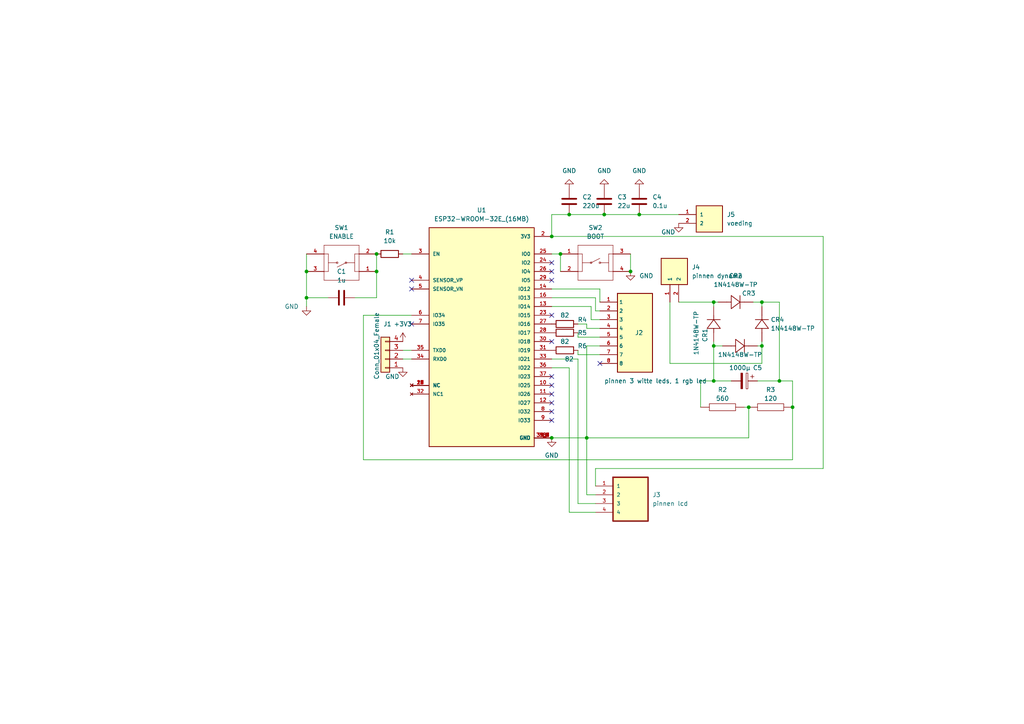
<source format=kicad_sch>
(kicad_sch (version 20211123) (generator eeschema)
  (paper "A4")
  (lib_symbols
    (symbol "1825910-6:1825910-6" (pin_names (offset 1.016) hide)
      (property "Reference" "SW" (at -5.08 5.842 0))
      (property "Value" "1825910-6" (at -5.08 -7.62 0))
      (symbol "1825910-6_0_0"
        (circle (center -1.27 0) (radius 0.254) (stroke (width 0.127)))
        (polyline (pts (xy -5.08 -5.08) (xy 5.08 -5.08)) (stroke (width 0.127)))
        (polyline (pts (xy -5.08 -2.54) (xy -5.08 -5.08)) (stroke (width 0.127)))
        (polyline (pts (xy -5.08 2.54) (xy -5.08 -2.54)) (stroke (width 0.127)))
        (polyline (pts (xy -5.08 2.54) (xy -3.81 2.54)) (stroke (width 0.127)))
        (polyline (pts (xy -5.08 5.08) (xy -5.08 2.54)) (stroke (width 0.127)))
        (polyline (pts (xy -5.08 5.08) (xy 5.08 5.08)) (stroke (width 0.127)))
        (polyline (pts (xy -3.81 -2.54) (xy -5.08 -2.54)) (stroke (width 0.127)))
        (polyline (pts (xy -3.81 0) (xy -3.81 -2.54)) (stroke (width 0.127)))
        (polyline (pts (xy -3.81 0) (xy -1.27 0)) (stroke (width 0.127)))
        (polyline (pts (xy -3.81 2.54) (xy -3.81 0)) (stroke (width 0.127)))
        (polyline (pts (xy -1.27 0) (xy 1.27 1.27)) (stroke (width 0.127)))
        (polyline (pts (xy 1.27 0) (xy 3.81 0)) (stroke (width 0.127)))
        (polyline (pts (xy 3.81 -2.54) (xy 5.08 -2.54)) (stroke (width 0.127)))
        (polyline (pts (xy 3.81 0) (xy 3.81 -2.54)) (stroke (width 0.127)))
        (polyline (pts (xy 3.81 0) (xy 3.81 2.54)) (stroke (width 0.127)))
        (polyline (pts (xy 3.81 2.54) (xy 5.08 2.54)) (stroke (width 0.127)))
        (polyline (pts (xy 5.08 -2.54) (xy 5.08 -5.08)) (stroke (width 0.127)))
        (polyline (pts (xy 5.08 2.54) (xy 5.08 -2.54)) (stroke (width 0.127)))
        (polyline (pts (xy 5.08 5.08) (xy 5.08 2.54)) (stroke (width 0.127)))
        (circle (center 1.27 0) (radius 0.254) (stroke (width 0.127)))
        (pin passive line (at -10.16 2.54 0) (length 5.08) (name "~") (number "1"))
        (pin passive line (at -10.16 -2.54 0) (length 5.08) (name "~") (number "2"))
        (pin passive line (at 10.16 2.54 180) (length 5.08) (name "~") (number "3"))
        (pin passive line (at 10.16 -2.54 180) (length 5.08) (name "~") (number "4"))
      )
    )
    (symbol "1N4148W-TP:1N4148W-TP" (pin_numbers hide) (pin_names (offset 1.016) hide)
      (property "Reference" "CR" (at -2.8194 2.6924 0))
      (property "Value" "1N4148W-TP" (at -3.8862 -5.5372 0))
      (symbol "1N4148W-TP_0_0"
        (polyline (pts (xy 2.54 0) (xy 3.81 0)) (stroke (width 0.2032)))
        (polyline (pts (xy 3.81 -1.905) (xy 6.35 0)) (stroke (width 0.2032)))
        (polyline (pts (xy 3.81 0) (xy 3.81 -1.905)) (stroke (width 0.2032)))
        (polyline (pts (xy 3.81 1.905) (xy 3.81 0)) (stroke (width 0.2032)))
        (polyline (pts (xy 6.35 -1.905) (xy 6.35 0)) (stroke (width 0.2032)))
        (polyline (pts (xy 6.35 0) (xy 3.81 1.905)) (stroke (width 0.2032)))
        (polyline (pts (xy 6.35 0) (xy 6.35 1.905)) (stroke (width 0.2032)))
        (polyline (pts (xy 6.35 0) (xy 7.62 0)) (stroke (width 0.2032)))
        (pin passive line (at 10.16 0 180) (length 2.54) (name "~") (number "1"))
        (pin passive line (at 0 0 0) (length 2.54) (name "~") (number "2"))
      )
    )
    (symbol "282837-4:282837-4" (pin_names (offset 1.016))
      (property "Reference" "J" (at 0 12.7 0))
      (property "Value" "282837-4" (at 0 -10.16 0))
      (symbol "282837-4_0_0"
        (rectangle (start -5.08 -5.08) (end 5.08 7.62) (stroke (width 0.4064)) (fill (type background)))
        (pin passive line (at -10.16 5.08 0) (length 5.08) (name "1") (number "1"))
        (pin passive line (at -10.16 2.54 0) (length 5.08) (name "2") (number "2"))
        (pin passive line (at -10.16 0 0) (length 5.08) (name "3") (number "3"))
        (pin passive line (at -10.16 -2.54 0) (length 5.08) (name "4") (number "4"))
      )
    )
    (symbol "282841-2:282841-2" (pin_names (offset 1.016))
      (property "Reference" "J" (at 0 10.16 0))
      (property "Value" "282841-2" (at 0 -7.62 0))
      (symbol "282841-2_0_0"
        (rectangle (start -5.08 -2.54) (end 2.54 5.08) (stroke (width 0.254)) (fill (type background)))
        (pin passive line (at -10.16 2.54 0) (length 5.08) (name "1") (number "1"))
        (pin passive line (at -10.16 0 0) (length 5.08) (name "2") (number "2"))
      )
    )
    (symbol "282841-5:8_pin_connector"
      (property "Reference" "U" (at -5.08 12.7 0))
      (property "Value" "8_pin_connector" (at 0 -13.97 0))
      (symbol "8_pin_connector_0_0"
        (pin passive line (at -10.16 8.89 0) (length 5.08) (name "1") (number "1"))
        (pin passive line (at -10.16 6.35 0) (length 5.08) (name "2") (number "2"))
        (pin passive line (at -10.16 3.81 0) (length 5.08) (name "3") (number "3"))
        (pin passive line (at -10.16 1.27 0) (length 5.08) (name "4") (number "4"))
        (pin passive line (at -10.16 -1.27 0) (length 5.08) (name "5") (number "5"))
        (pin passive line (at -10.16 -3.81 0) (length 5.08) (name "6") (number "6"))
        (pin passive line (at -10.16 -6.35 0) (length 5.08) (name "7") (number "7"))
        (pin passive line (at -10.16 -8.89 0) (length 5.08) (name "8") (number "8"))
      )
      (symbol "8_pin_connector_0_1"
        (rectangle (start -5.08 11.43) (end 5.08 -11.43))
        (rectangle (start -5.08 11.43) (end 5.08 -11.43) (fill (type background)))
        (polyline (pts (xy -5.08 11.43) (xy -5.08 -11.43) (xy 5.08 -11.43) (xy 5.08 11.43) (xy -5.08 11.43)) (stroke (width 0.254)))
      )
    )
    (symbol "Connector_Generic:Conn_01x04" (pin_names (offset 1.016) hide)
      (property "Reference" "J" (at 0 5.08 0))
      (property "Value" "Conn_01x04" (at 0 -7.62 0))
      (symbol "Conn_01x04_1_1"
        (rectangle (start -1.27 -4.953) (end 0 -5.207) (stroke (width 0.1524)))
        (rectangle (start -1.27 -2.413) (end 0 -2.667) (stroke (width 0.1524)))
        (rectangle (start -1.27 0.127) (end 0 -0.127) (stroke (width 0.1524)))
        (rectangle (start -1.27 2.667) (end 0 2.413) (stroke (width 0.1524)))
        (rectangle (start -1.27 3.81) (end 1.27 -6.35) (stroke (width 0.254)) (fill (type background)))
        (pin passive line (at -5.08 2.54 0) (length 3.81) (name "Pin_1") (number "1"))
        (pin passive line (at -5.08 0 0) (length 3.81) (name "Pin_2") (number "2"))
        (pin passive line (at -5.08 -2.54 0) (length 3.81) (name "Pin_3") (number "3"))
        (pin passive line (at -5.08 -5.08 0) (length 3.81) (name "Pin_4") (number "4"))
      )
    )
    (symbol "Device:C" (pin_numbers hide) (pin_names (offset 0.254))
      (property "Reference" "C" (at 0.635 2.54 0))
      (property "Value" "C" (at 0.635 -2.54 0))
      (symbol "C_0_1"
        (polyline (pts (xy -2.032 -0.762) (xy 2.032 -0.762)) (stroke (width 0.508)))
        (polyline (pts (xy -2.032 0.762) (xy 2.032 0.762)) (stroke (width 0.508)))
      )
      (symbol "C_1_1"
        (pin passive line (at 0 3.81 270) (length 2.794) (name "~") (number "1"))
        (pin passive line (at 0 -3.81 90) (length 2.794) (name "~") (number "2"))
      )
    )
    (symbol "Device:C_Polarized" (pin_numbers hide) (pin_names (offset 0.254))
      (property "Reference" "C" (at 0.635 2.54 0))
      (property "Value" "C_Polarized" (at 0.635 -2.54 0))
      (symbol "C_Polarized_0_1"
        (rectangle (start -2.286 0.508) (end 2.286 1.016))
        (polyline (pts (xy -1.778 2.286) (xy -0.762 2.286)))
        (polyline (pts (xy -1.27 2.794) (xy -1.27 1.778)))
        (rectangle (start 2.286 -0.508) (end -2.286 -1.016) (fill (type outline)))
      )
      (symbol "C_Polarized_1_1"
        (pin passive line (at 0 3.81 270) (length 2.794) (name "~") (number "1"))
        (pin passive line (at 0 -3.81 90) (length 2.794) (name "~") (number "2"))
      )
    )
    (symbol "Device:R" (pin_numbers hide) (pin_names (offset 0))
      (property "Reference" "R" (at 2.032 0 90))
      (property "Value" "R" (at 0 0 90))
      (symbol "R_0_1"
        (rectangle (start -1.016 -2.54) (end 1.016 2.54) (stroke (width 0.254)))
      )
      (symbol "R_1_1"
        (pin passive line (at 0 3.81 270) (length 1.27) (name "~") (number "1"))
        (pin passive line (at 0 -3.81 90) (length 1.27) (name "~") (number "2"))
      )
    )
    (symbol "ESP32-WROOM-32E__16MB_:ESP32-WROOM-32E_(16MB)" (pin_names (offset 1.016))
      (property "Reference" "U" (at -15.24 33.909 0))
      (property "Value" "ESP32-WROOM-32E_(16MB)" (at -15.24 -33.02 0))
      (symbol "ESP32-WROOM-32E_(16MB)_0_0"
        (rectangle (start -15.24 -30.48) (end 15.24 33.02) (stroke (width 0.254)) (fill (type background)))
        (pin power_in line (at 20.32 -27.94 180) (length 5.08) (name "GND") (number "1"))
        (pin bidirectional line (at 20.32 -12.7 180) (length 5.08) (name "IO25") (number "10"))
        (pin bidirectional line (at 20.32 -15.24 180) (length 5.08) (name "IO26") (number "11"))
        (pin bidirectional line (at 20.32 -17.78 180) (length 5.08) (name "IO27") (number "12"))
        (pin bidirectional line (at 20.32 10.16 180) (length 5.08) (name "IO14") (number "13"))
        (pin bidirectional line (at 20.32 15.24 180) (length 5.08) (name "IO12") (number "14"))
        (pin power_in line (at 20.32 -27.94 180) (length 5.08) (name "GND") (number "15"))
        (pin bidirectional line (at 20.32 12.7 180) (length 5.08) (name "IO13") (number "16"))
        (pin no_connect line (at -20.32 -12.7 0) (length 5.08) (name "NC") (number "17"))
        (pin no_connect line (at -20.32 -12.7 0) (length 5.08) (name "NC") (number "18"))
        (pin no_connect line (at -20.32 -12.7 0) (length 5.08) (name "NC") (number "19"))
        (pin power_in line (at 20.32 30.48 180) (length 5.08) (name "3V3") (number "2"))
        (pin no_connect line (at -20.32 -12.7 0) (length 5.08) (name "NC") (number "20"))
        (pin no_connect line (at -20.32 -12.7 0) (length 5.08) (name "NC") (number "21"))
        (pin no_connect line (at -20.32 -12.7 0) (length 5.08) (name "NC") (number "22"))
        (pin bidirectional line (at 20.32 7.62 180) (length 5.08) (name "IO15") (number "23"))
        (pin bidirectional line (at 20.32 22.86 180) (length 5.08) (name "IO2") (number "24"))
        (pin bidirectional line (at 20.32 25.4 180) (length 5.08) (name "IO0") (number "25"))
        (pin bidirectional line (at 20.32 20.32 180) (length 5.08) (name "IO4") (number "26"))
        (pin bidirectional line (at 20.32 5.08 180) (length 5.08) (name "IO16") (number "27"))
        (pin bidirectional line (at 20.32 2.54 180) (length 5.08) (name "IO17") (number "28"))
        (pin bidirectional line (at 20.32 17.78 180) (length 5.08) (name "IO5") (number "29"))
        (pin input line (at -20.32 25.4 0) (length 5.08) (name "EN") (number "3"))
        (pin bidirectional line (at 20.32 0 180) (length 5.08) (name "IO18") (number "30"))
        (pin bidirectional line (at 20.32 -2.54 180) (length 5.08) (name "IO19") (number "31"))
        (pin no_connect line (at -20.32 -15.24 0) (length 5.08) (name "NC1") (number "32"))
        (pin bidirectional line (at 20.32 -5.08 180) (length 5.08) (name "IO21") (number "33"))
        (pin bidirectional line (at -20.32 -5.08 0) (length 5.08) (name "RXD0") (number "34"))
        (pin bidirectional line (at -20.32 -2.54 0) (length 5.08) (name "TXD0") (number "35"))
        (pin bidirectional line (at 20.32 -7.62 180) (length 5.08) (name "IO22") (number "36"))
        (pin bidirectional line (at 20.32 -10.16 180) (length 5.08) (name "IO23") (number "37"))
        (pin power_in line (at 20.32 -27.94 180) (length 5.08) (name "GND") (number "38"))
        (pin power_in line (at 20.32 -27.94 180) (length 5.08) (name "GND") (number "39_1"))
        (pin power_in line (at 20.32 -27.94 180) (length 5.08) (name "GND") (number "39_2"))
        (pin power_in line (at 20.32 -27.94 180) (length 5.08) (name "GND") (number "39_3"))
        (pin power_in line (at 20.32 -27.94 180) (length 5.08) (name "GND") (number "39_4"))
        (pin power_in line (at 20.32 -27.94 180) (length 5.08) (name "GND") (number "39_5"))
        (pin power_in line (at 20.32 -27.94 180) (length 5.08) (name "GND") (number "39_6"))
        (pin power_in line (at 20.32 -27.94 180) (length 5.08) (name "GND") (number "39_7"))
        (pin power_in line (at 20.32 -27.94 180) (length 5.08) (name "GND") (number "39_8"))
        (pin power_in line (at 20.32 -27.94 180) (length 5.08) (name "GND") (number "39_9"))
        (pin input line (at -20.32 17.78 0) (length 5.08) (name "SENSOR_VP") (number "4"))
        (pin input line (at -20.32 15.24 0) (length 5.08) (name "SENSOR_VN") (number "5"))
        (pin input line (at -20.32 7.62 0) (length 5.08) (name "IO34") (number "6"))
        (pin input line (at -20.32 5.08 0) (length 5.08) (name "IO35") (number "7"))
        (pin bidirectional line (at 20.32 -20.32 180) (length 5.08) (name "IO32") (number "8"))
        (pin bidirectional line (at 20.32 -22.86 180) (length 5.08) (name "IO33") (number "9"))
      )
    )
    (symbol "power:+3V3" (power) (pin_names (offset 0))
      (property "Value" "+3V3" (at 0 3.556 0))
      (symbol "+3V3_0_1"
        (polyline (pts (xy -0.762 1.27) (xy 0 2.54)))
        (polyline (pts (xy 0 0) (xy 0 2.54)))
        (polyline (pts (xy 0 2.54) (xy 0.762 1.27)))
      )
      (symbol "+3V3_1_1"
        (pin power_in line (at 0 0 90) (length 0) hide (name "+3V3") (number "1"))
      )
    )
    (symbol "power:GND" (power) (pin_names (offset 0))
      (property "Value" "GND" (at 0 -3.81 0))
      (symbol "GND_0_1"
        (polyline (pts (xy 0 0) (xy 0 -1.27) (xy 1.27 -1.27) (xy 0 -2.54) (xy -1.27 -1.27) (xy 0 -1.27)))
      )
      (symbol "GND_1_1"
        (pin power_in line (at 0 0 270) (length 0) hide (name "GND") (number "1"))
      )
    )
    (symbol "pspice:R" (pin_numbers hide) (pin_names (offset 0))
      (property "Reference" "R" (at 2.032 0 90))
      (property "Value" "R" (at 0 0 90))
      (symbol "R_0_1"
        (rectangle (start -1.016 3.81) (end 1.016 -3.81))
      )
      (symbol "R_1_1"
        (pin passive line (at 0 6.35 270) (length 2.54) (name "~") (number "1"))
        (pin passive line (at 0 -6.35 90) (length 2.54) (name "~") (number "2"))
      )
    )
  )
  (junction (at 220.98 87.63))
  (junction (at 220.98 100.33))
  (junction (at 160.02 127))
  (junction (at 88.9 86.36))
  (junction (at 109.22 73.66))
  (junction (at 217.17 118.11))
  (junction (at 109.22 78.74))
  (junction (at 162.56 73.66))
  (junction (at 182.88 78.74))
  (junction (at 88.9 78.74))
  (junction (at 229.87 118.11))
  (junction (at 207.01 110.49))
  (junction (at 207.01 100.33))
  (junction (at 207.01 87.63))
  (junction (at 165.1 62.23))
  (junction (at 185.42 62.23))
  (junction (at 226.06 110.49))
  (junction (at 170.18 127))
  (junction (at 160.02 68.58))
  (junction (at 175.26 62.23))
  (no_connect (at 119.38 93.98))
  (no_connect (at 160.02 121.92))
  (no_connect (at 160.02 91.44))
  (no_connect (at 160.02 109.22))
  (no_connect (at 119.38 83.82))
  (no_connect (at 119.38 81.28))
  (no_connect (at 160.02 99.06))
  (no_connect (at 160.02 114.3))
  (no_connect (at 160.02 111.76))
  (no_connect (at 160.02 78.74))
  (no_connect (at 160.02 81.28))
  (no_connect (at 173.99 105.41))
  (no_connect (at 160.02 116.84))
  (no_connect (at 160.02 119.38))
  (no_connect (at 160.02 76.2))
  (wire (pts (xy 207.01 99.06) (xy 207.01 100.33)))
  (wire (pts (xy 167.64 146.05) (xy 167.64 104.14)))
  (wire (pts (xy 173.99 83.82) (xy 173.99 87.63)))
  (wire (pts (xy 220.98 87.63) (xy 220.98 88.9)))
  (wire (pts (xy 207.01 100.33) (xy 207.01 110.49)))
  (wire (pts (xy 102.87 86.36) (xy 109.22 86.36)))
  (wire (pts (xy 165.1 148.59) (xy 172.72 148.59)))
  (wire (pts (xy 160.02 62.23) (xy 165.1 62.23)))
  (wire (pts (xy 172.72 90.17) (xy 173.99 90.17)))
  (wire (pts (xy 229.87 118.11) (xy 229.87 110.49)))
  (wire (pts (xy 160.02 83.82) (xy 173.99 83.82)))
  (wire (pts (xy 165.1 62.23) (xy 175.26 62.23)))
  (wire (pts (xy 219.71 100.33) (xy 220.98 100.33)))
  (wire (pts (xy 170.18 95.25) (xy 173.99 95.25)))
  (wire (pts (xy 229.87 110.49) (xy 226.06 110.49)))
  (wire (pts (xy 167.64 97.79) (xy 173.99 97.79)))
  (wire (pts (xy 217.17 118.11) (xy 217.17 127)))
  (wire (pts (xy 167.64 104.14) (xy 160.02 104.14)))
  (wire (pts (xy 160.02 68.58) (xy 238.76 68.58)))
  (wire (pts (xy 218.44 87.63) (xy 220.98 87.63)))
  (wire (pts (xy 219.71 110.49) (xy 226.06 110.49)))
  (wire (pts (xy 170.18 143.51) (xy 172.72 143.51)))
  (wire (pts (xy 170.18 127) (xy 217.17 127)))
  (wire (pts (xy 88.9 86.36) (xy 88.9 88.9)))
  (wire (pts (xy 116.84 104.14) (xy 119.38 104.14)))
  (wire (pts (xy 88.9 78.74) (xy 88.9 73.66)))
  (wire (pts (xy 172.72 140.97) (xy 172.72 135.89)))
  (wire (pts (xy 196.85 62.23) (xy 185.42 62.23)))
  (wire (pts (xy 160.02 88.9) (xy 171.45 88.9)))
  (wire (pts (xy 167.64 93.98) (xy 170.18 93.98)))
  (wire (pts (xy 207.01 110.49) (xy 212.09 110.49)))
  (wire (pts (xy 160.02 62.23) (xy 160.02 68.58)))
  (wire (pts (xy 171.45 92.71) (xy 173.99 92.71)))
  (wire (pts (xy 167.64 101.6) (xy 167.64 102.87)))
  (wire (pts (xy 175.26 62.23) (xy 185.42 62.23)))
  (wire (pts (xy 160.02 106.68) (xy 165.1 106.68)))
  (wire (pts (xy 172.72 86.36) (xy 172.72 90.17)))
  (wire (pts (xy 229.87 118.11) (xy 229.87 133.35)))
  (wire (pts (xy 171.45 88.9) (xy 171.45 92.71)))
  (wire (pts (xy 88.9 78.74) (xy 88.9 86.36)))
  (wire (pts (xy 109.22 86.36) (xy 109.22 78.74)))
  (wire (pts (xy 220.98 100.33) (xy 220.98 105.41)))
  (wire (pts (xy 160.02 86.36) (xy 172.72 86.36)))
  (wire (pts (xy 170.18 100.33) (xy 170.18 127)))
  (wire (pts (xy 208.28 87.63) (xy 207.01 87.63)))
  (wire (pts (xy 88.9 86.36) (xy 95.25 86.36)))
  (wire (pts (xy 220.98 99.06) (xy 220.98 100.33)))
  (wire (pts (xy 207.01 87.63) (xy 207.01 88.9)))
  (wire (pts (xy 172.72 135.89) (xy 238.76 135.89)))
  (wire (pts (xy 220.98 87.63) (xy 226.06 87.63)))
  (wire (pts (xy 203.2 110.49) (xy 207.01 110.49)))
  (wire (pts (xy 173.99 100.33) (xy 170.18 100.33)))
  (wire (pts (xy 207.01 100.33) (xy 209.55 100.33)))
  (wire (pts (xy 105.41 133.35) (xy 229.87 133.35)))
  (wire (pts (xy 172.72 146.05) (xy 167.64 146.05)))
  (wire (pts (xy 105.41 133.35) (xy 105.41 91.44)))
  (wire (pts (xy 194.31 87.63) (xy 194.31 105.41)))
  (wire (pts (xy 162.56 73.66) (xy 160.02 73.66)))
  (wire (pts (xy 109.22 78.74) (xy 109.22 73.66)))
  (wire (pts (xy 226.06 87.63) (xy 226.06 110.49)))
  (wire (pts (xy 203.2 118.11) (xy 203.2 110.49)))
  (wire (pts (xy 194.31 105.41) (xy 220.98 105.41)))
  (wire (pts (xy 215.9 118.11) (xy 217.17 118.11)))
  (wire (pts (xy 116.84 73.66) (xy 119.38 73.66)))
  (wire (pts (xy 162.56 73.66) (xy 162.56 78.74)))
  (wire (pts (xy 196.85 87.63) (xy 207.01 87.63)))
  (wire (pts (xy 160.02 127) (xy 170.18 127)))
  (wire (pts (xy 182.88 73.66) (xy 182.88 78.74)))
  (wire (pts (xy 105.41 91.44) (xy 119.38 91.44)))
  (wire (pts (xy 167.64 96.52) (xy 167.64 97.79)))
  (wire (pts (xy 170.18 93.98) (xy 170.18 95.25)))
  (wire (pts (xy 170.18 127) (xy 170.18 143.51)))
  (wire (pts (xy 238.76 135.89) (xy 238.76 68.58)))
  (wire (pts (xy 165.1 106.68) (xy 165.1 148.59)))
  (wire (pts (xy 116.84 101.6) (xy 119.38 101.6)))
  (wire (pts (xy 167.64 102.87) (xy 173.99 102.87)))
  (symbol (lib_id "Device:R") (at 163.83 96.52 90) (unit 1)
    (property "Reference" "R5" (at 168.91 96.52 90))
    (property "Value" "82" (at 163.83 99.06 90))
    (property "Footprint" "libraries:RESC6332X65N" (effects hide))
  )
  (symbol (lib_id "pspice:R") (at 209.55 118.11 90) (unit 1)
    (property "Reference" "R2" (at 209.55 113.03 90))
    (property "Value" "560" (at 209.55 115.57 90))
    (property "Footprint" "libraries:RESC6332X65N" (effects hide))
  )
  (symbol (lib_id "1N4148W-TP:1N4148W-TP") (at 220.98 99.06 90) (unit 1)
    (property "Reference" "CR4" (at 223.52 92.71 90) (effects (justify right)))
    (property "Value" "1N4148W-TP" (at 223.52 95.25 90) (effects (justify right)))
    (property "Footprint" "Diode_SMD:D_0201_0603Metric" (effects hide))
    (property "MANUFACTURER_PART_NUMBER" "1N4148W-TP" (effects hide))
    (property "BUILT_BY" "EMA_Cory" (effects hide))
    (property "VENDOR" "Micro Commercial Co" (effects hide))
    (property "DATASHEET" "https://www.mccsemi.com/pdf/Products/1N4148W(SOD123).pdf" (effects hide))
    (property "COPYRIGHT" "Copyright (C) 2018 Accelerated Designs. All rights reserved" (effects hide))
  )
  (symbol (lib_id "Device:R") (at 163.83 101.6 90) (unit 1)
    (property "Reference" "R6" (at 168.91 100.33 90))
    (property "Value" "82" (at 165.1 104.14 90))
    (property "Footprint" "libraries:RESC6332X65N" (effects hide))
  )
  (symbol (lib_id "1N4148W-TP:1N4148W-TP") (at 209.55 100.33 0) (unit 1)
    (property "Reference" "CR3" (at 217.17 85.09 0))
    (property "Value" "1N4148W-TP" (at 214.63 102.87 0))
    (property "Footprint" "Diode_SMD:D_0201_0603Metric" (effects hide))
    (property "MANUFACTURER_PART_NUMBER" "1N4148W-TP" (effects hide))
    (property "BUILT_BY" "EMA_Cory" (effects hide))
    (property "VENDOR" "Micro Commercial Co" (effects hide))
    (property "DATASHEET" "https://www.mccsemi.com/pdf/Products/1N4148W(SOD123).pdf" (effects hide))
    (property "COPYRIGHT" "Copyright (C) 2018 Accelerated Designs. All rights reserved" (effects hide))
  )
  (symbol (lib_id "power:GND") (at 160.02 127 0) (unit 1)
    (property "Reference" "#PWR0102" (effects hide))
    (property "Value" "GND" (at 160.02 132.08 0))
  )
  (symbol (lib_id "power:GND") (at 175.26 54.61 180) (unit 1)
    (property "Reference" "#PWR0104" (effects hide))
    (property "Value" "GND" (at 175.26 49.53 0))
  )
  (symbol (lib_id "power:GND") (at 182.88 78.74 0) (unit 1)
    (property "Reference" "#PWR0105" (effects hide))
    (property "Value" "GND" (at 185.42 80.0099 0) (effects (justify left)))
  )
  (symbol (lib_id "1N4148W-TP:1N4148W-TP") (at 207.01 99.06 90) (unit 1)
    (property "Reference" "CR1" (at 204.47 95.25 0) (effects (justify right)))
    (property "Value" "1N4148W-TP" (at 201.93 90.17 0) (effects (justify right)))
    (property "Footprint" "Diode_SMD:D_0201_0603Metric" (effects hide))
    (property "MANUFACTURER_PART_NUMBER" "1N4148W-TP" (effects hide))
    (property "BUILT_BY" "EMA_Cory" (effects hide))
    (property "VENDOR" "Micro Commercial Co" (effects hide))
    (property "DATASHEET" "https://www.mccsemi.com/pdf/Products/1N4148W(SOD123).pdf" (effects hide))
    (property "COPYRIGHT" "Copyright (C) 2018 Accelerated Designs. All rights reserved" (effects hide))
  )
  (symbol (lib_id "power:GND") (at 165.1 54.61 180) (unit 1)
    (property "Reference" "#PWR0103" (effects hide))
    (property "Value" "GND" (at 165.1 49.53 0))
  )
  (symbol (lib_id "power:GND") (at 185.42 54.61 180) (unit 1)
    (property "Reference" "#PWR0106" (effects hide))
    (property "Value" "GND" (at 185.42 49.53 0))
  )
  (symbol (lib_id "Device:C") (at 165.1 58.42 180) (unit 1)
    (property "Reference" "C2" (at 168.91 57.1499 0) (effects (justify right)))
    (property "Value" "220u" (at 168.91 59.6899 0) (effects (justify right)))
    (property "Footprint" "Capacitor_SMD:C_0805_2012Metric" (effects hide))
  )
  (symbol (lib_id "282841-2:282841-2") (at 196.85 77.47 90) (unit 1)
    (property "Reference" "J4" (at 200.66 77.4699 90) (effects (justify right)))
    (property "Value" "pinnen dynamo" (at 200.66 80.0099 90) (effects (justify right)))
    (property "Footprint" "libraries:TE_282841-2" (effects hide))
    (property "Comment" "282841-2" (effects hide))
    (property "EU_RoHS_Compliance" "Compliant with Exemptions" (effects hide))
  )
  (symbol (lib_id "282837-4:282837-4") (at 182.88 146.05 0) (unit 1)
    (property "Reference" "J3" (at 189.23 143.5099 0) (effects (justify left)))
    (property "Value" "pinnen lcd" (at 189.23 146.0499 0) (effects (justify left)))
    (property "Footprint" "282837-4:TE_282837-4" (effects hide))
    (property "Comment" "282837-4" (effects hide))
    (property "EU_RoHS_Compliance" "Compliant with Exemptions" (effects hide))
  )
  (symbol (lib_id "1N4148W-TP:1N4148W-TP") (at 208.28 87.63 0) (unit 1)
    (property "Reference" "CR2" (at 213.36 80.01 0))
    (property "Value" "1N4148W-TP" (at 213.36 82.55 0))
    (property "Footprint" "Diode_SMD:D_0201_0603Metric" (effects hide))
    (property "MANUFACTURER_PART_NUMBER" "1N4148W-TP" (effects hide))
    (property "BUILT_BY" "EMA_Cory" (effects hide))
    (property "VENDOR" "Micro Commercial Co" (effects hide))
    (property "DATASHEET" "https://www.mccsemi.com/pdf/Products/1N4148W(SOD123).pdf" (effects hide))
    (property "COPYRIGHT" "Copyright (C) 2018 Accelerated Designs. All rights reserved" (effects hide))
  )
  (symbol (lib_id "Device:C") (at 99.06 86.36 90) (unit 1)
    (property "Reference" "C1" (at 99.06 78.74 90))
    (property "Value" "1u" (at 99.06 81.28 90))
    (property "Footprint" "Capacitor_SMD:C_0805_2012Metric" (effects hide))
  )
  (symbol (lib_id "Device:C") (at 175.26 58.42 180) (unit 1)
    (property "Reference" "C3" (at 179.07 57.1499 0) (effects (justify right)))
    (property "Value" "22u" (at 179.07 59.6899 0) (effects (justify right)))
    (property "Footprint" "Capacitor_SMD:C_0805_2012Metric" (effects hide))
  )
  (symbol (lib_id "Device:C_Polarized") (at 215.9 110.49 270) (unit 1)
    (property "Reference" "C5" (at 219.71 106.68 90))
    (property "Value" "1000µ" (at 214.63 106.68 90))
    (property "Footprint" "Capacitor_THT:CP_Axial_L26.5mm_D20.0mm_P33.00mm_Horizontal" (effects hide))
  )
  (symbol (lib_id "Device:R") (at 113.03 73.66 90) (unit 1)
    (property "Reference" "R1" (at 113.03 67.31 90))
    (property "Value" "10k" (at 113.03 69.85 90))
    (property "Footprint" "libraries:RESC6332X65N" (effects hide))
  )
  (symbol (lib_id "Device:R") (at 163.83 93.98 90) (unit 1)
    (property "Reference" "R4" (at 168.91 92.71 90))
    (property "Value" "82" (at 163.83 91.44 90))
    (property "Footprint" "libraries:RESC6332X65N" (effects hide))
  )
  (symbol (lib_id "power:GND") (at 88.9 88.9 0) (unit 1)
    (property "Reference" "#PWR0101" (effects hide))
    (property "Value" "GND" (at 82.55 88.9 0) (effects (justify left)))
  )
  (symbol (lib_id "Device:C") (at 185.42 58.42 180) (unit 1)
    (property "Reference" "C4" (at 189.23 57.1499 0) (effects (justify right)))
    (property "Value" "0.1u" (at 189.23 59.69 0) (effects (justify right)))
    (property "Footprint" "Capacitor_SMD:C_0805_2012Metric" (effects hide))
  )
  (symbol (lib_id "1825910-6:1825910-6") (at 99.06 76.2 180) (unit 1)
    (property "Reference" "SW1" (at 99.06 66.04 0))
    (property "Value" "ENABLE" (at 99.06 68.58 0))
    (property "Footprint" "libraries:SW_1825910-6-4" (effects hide))
    (property "Comment" "1825910-6" (effects hide))
  )
  (symbol (lib_id "1825910-6:1825910-6") (at 172.72 76.2 0) (unit 1)
    (property "Reference" "SW2" (at 172.72 66.04 0))
    (property "Value" "BOOT" (at 172.72 68.58 0))
    (property "Footprint" "libraries:SW_1825910-6-4" (effects hide))
    (property "Comment" "1825910-6" (effects hide))
  )
  (symbol (lib_id "power:GND") (at 196.85 64.77 0) (unit 1)
    (property "Reference" "#PWR01" (effects hide))
    (property "Value" "GND" (at 191.77 67.31 0) (effects (justify left)))
  )
  (symbol (lib_id "power:+3V3") (at 116.84 99.06 0) (unit 1)
    (property "Reference" "#PWR0107" (effects hide))
    (property "Value" "+3V3" (at 116.84 93.98 0))
  )
  (symbol (lib_id "282841-5:8_pin_connector") (at 184.15 96.52 0) (unit 1)
    (property "Reference" "J2" (at 184.15 96.52 0) (effects (justify left)))
    (property "Value" "pinnen 3 witte leds, 1 rgb led" (at 175.26 110.49 0) (effects (justify left)))
    (property "Footprint" "libraries:TE_282841-8" (effects hide))
  )
  (symbol (lib_id "power:GND") (at 116.84 106.68 0) (unit 1)
    (property "Reference" "#PWR0108" (effects hide))
    (property "Value" "GND" (at 111.76 109.22 0) (effects (justify left)))
  )
  (symbol (lib_id "Connector_Generic:Conn_01x04") (at 111.76 104.14 180) (unit 1)
    (property "Reference" "J1" (at 112.395 93.98 0))
    (property "Value" "Conn_01x04_Female" (at 109.22 100.33 90))
    (property "Footprint" "Connector_PinHeader_2.54mm:PinHeader_1x04_P2.54mm_Vertical" (effects hide))
  )
  (symbol (lib_id "282841-2:282841-2") (at 207.01 64.77 0) (unit 1)
    (property "Reference" "J5" (at 210.82 62.2299 0) (effects (justify left)))
    (property "Value" "voeding" (at 210.82 64.7699 0) (effects (justify left)))
    (property "Footprint" "libraries:TE_282841-2" (effects hide))
    (property "Comment" "282841-2" (effects hide))
    (property "EU_RoHS_Compliance" "Compliant with Exemptions" (effects hide))
  )
  (symbol (lib_id "ESP32-WROOM-32E__16MB_:ESP32-WROOM-32E_(16MB)") (at 139.7 99.06 0) (unit 1)
    (property "Reference" "U1" (at 139.7 60.96 0))
    (property "Value" "ESP32-WROOM-32E_(16MB)" (at 139.7 63.5 0))
    (property "Footprint" "libraries:XCVR_ESP32-WROOM-32E_(16MB)" (effects hide))
    (property "PARTREV" "1.4" (effects hide))
    (property "STANDARD" "Manufacturer Recommendations" (effects hide))
    (property "MAXIMUM_PACKAGE_HEIGHT" "3.25mm" (effects hide))
    (property "MANUFACTURER" "Espressif Systems" (effects hide))
  )
  (symbol (lib_id "pspice:R") (at 223.52 118.11 90) (unit 1)
    (property "Reference" "R3" (at 223.52 113.03 90))
    (property "Value" "120" (at 223.52 115.57 90))
    (property "Footprint" "libraries:RESC6332X65N" (effects hide))
  )
)
</source>
